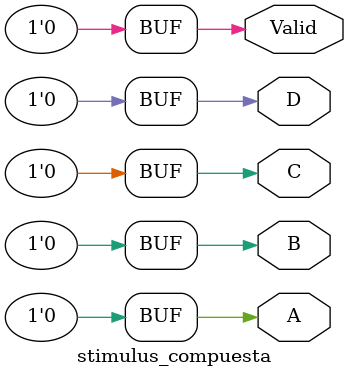
<source format=v>
`timescale 1ps/1ps
module stimulus_compuesta (
	output reg A,
	output reg B, 
	output reg C, 
	output reg D,
	output reg Valid
);

  initial begin
Valid=0;
//tpdr
A=0;
B=0;
B=0;
D=0;
#400 //tiempo entre transiciones 
A=1;
C=1;
Valid=1;
#800
Valid=0;


//tpdf
B=1;
D=1;
#400
A=0;
B=0;
Valid=1;
#800
Valid=0;


// tcdr
A=1;
B=1;
C=0;
D=0;
#400
C=1;
D=1;
Valid=1;
#800
Valid=0;

//tcdf
A=0;
B=1;
C=0;
D=1;
#400
B=0;
D=0;
Valid=1;
#800
Valid=0;



  end
endmodule

</source>
